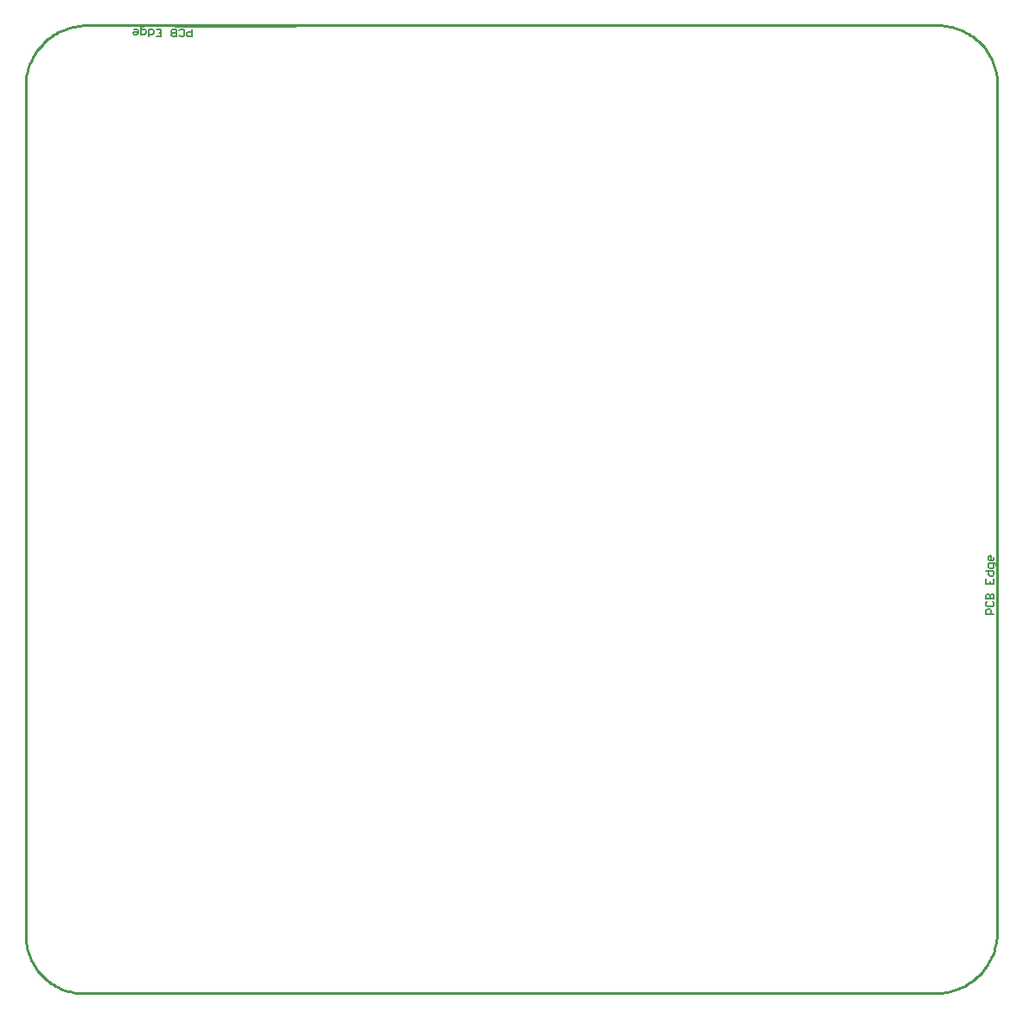
<source format=gm1>
G04*
G04 #@! TF.GenerationSoftware,Altium Limited,Altium Designer,20.0.11 (256)*
G04*
G04 Layer_Color=16711935*
%FSLAX25Y25*%
%MOIN*%
G70*
G01*
G75*
%ADD11C,0.00591*%
%ADD15C,0.00394*%
%ADD16C,0.01000*%
D11*
X64079Y371642D02*
Y368690D01*
X62603D01*
X62111Y369182D01*
Y370166D01*
X62603Y370658D01*
X64079D01*
X59159Y369182D02*
X59651Y368690D01*
X60635D01*
X61127Y369182D01*
Y371150D01*
X60635Y371642D01*
X59651D01*
X59159Y371150D01*
X58175Y368690D02*
Y371642D01*
X56699D01*
X56207Y371150D01*
Y370658D01*
X56699Y370166D01*
X58175D01*
X56699D01*
X56207Y369674D01*
Y369182D01*
X56699Y368690D01*
X58175D01*
X50304D02*
X52271D01*
Y371642D01*
X50304D01*
X52271Y370166D02*
X51288D01*
X47352Y368690D02*
Y371642D01*
X48828D01*
X49320Y371150D01*
Y370166D01*
X48828Y369674D01*
X47352D01*
X45384Y372626D02*
X44892D01*
X44400Y372134D01*
Y369674D01*
X45876D01*
X46368Y370166D01*
Y371150D01*
X45876Y371642D01*
X44400D01*
X41940D02*
X42924D01*
X43416Y371150D01*
Y370166D01*
X42924Y369674D01*
X41940D01*
X41448Y370166D01*
Y370658D01*
X43416D01*
X373185Y146132D02*
X370233D01*
Y147608D01*
X370725Y148100D01*
X371709D01*
X372201Y147608D01*
Y146132D01*
X370725Y151052D02*
X370233Y150560D01*
Y149576D01*
X370725Y149084D01*
X372693D01*
X373185Y149576D01*
Y150560D01*
X372693Y151052D01*
X370233Y152035D02*
X373185D01*
Y153511D01*
X372693Y154003D01*
X372201D01*
X371709Y153511D01*
Y152035D01*
Y153511D01*
X371217Y154003D01*
X370725D01*
X370233Y153511D01*
Y152035D01*
Y159907D02*
Y157939D01*
X373185D01*
Y159907D01*
X371709Y157939D02*
Y158923D01*
X370233Y162859D02*
X373185D01*
Y161383D01*
X372693Y160891D01*
X371709D01*
X371217Y161383D01*
Y162859D01*
X374169Y164827D02*
Y165319D01*
X373677Y165811D01*
X371217D01*
Y164335D01*
X371709Y163843D01*
X372693D01*
X373185Y164335D01*
Y165811D01*
Y168271D02*
Y167287D01*
X372693Y166795D01*
X371709D01*
X371217Y167287D01*
Y168271D01*
X371709Y168762D01*
X372201D01*
Y166795D01*
X64079Y371642D02*
Y368690D01*
X62603D01*
X62111Y369182D01*
Y370166D01*
X62603Y370658D01*
X64079D01*
X59159Y369182D02*
X59651Y368690D01*
X60635D01*
X61127Y369182D01*
Y371150D01*
X60635Y371642D01*
X59651D01*
X59159Y371150D01*
X58175Y368690D02*
Y371642D01*
X56699D01*
X56207Y371150D01*
Y370658D01*
X56699Y370166D01*
X58175D01*
X56699D01*
X56207Y369674D01*
Y369182D01*
X56699Y368690D01*
X58175D01*
X50304D02*
X52271D01*
Y371642D01*
X50304D01*
X52271Y370166D02*
X51288D01*
X47352Y368690D02*
Y371642D01*
X48828D01*
X49320Y371150D01*
Y370166D01*
X48828Y369674D01*
X47352D01*
X45384Y372626D02*
X44892D01*
X44400Y372134D01*
Y369674D01*
X45876D01*
X46368Y370166D01*
Y371150D01*
X45876Y371642D01*
X44400D01*
X41940D02*
X42924D01*
X43416Y371150D01*
Y370166D01*
X42924Y369674D01*
X41940D01*
X41448Y370166D01*
Y370658D01*
X43416D01*
X373185Y146132D02*
X370233D01*
Y147608D01*
X370725Y148100D01*
X371709D01*
X372201Y147608D01*
Y146132D01*
X370725Y151052D02*
X370233Y150560D01*
Y149576D01*
X370725Y149084D01*
X372693D01*
X373185Y149576D01*
Y150560D01*
X372693Y151052D01*
X370233Y152035D02*
X373185D01*
Y153511D01*
X372693Y154003D01*
X372201D01*
X371709Y153511D01*
Y152035D01*
Y153511D01*
X371217Y154003D01*
X370725D01*
X370233Y153511D01*
Y152035D01*
Y159907D02*
Y157939D01*
X373185D01*
Y159907D01*
X371709Y157939D02*
Y158923D01*
X370233Y162859D02*
X373185D01*
Y161383D01*
X372693Y160891D01*
X371709D01*
X371217Y161383D01*
Y162859D01*
X374169Y164827D02*
Y165319D01*
X373677Y165811D01*
X371217D01*
Y164335D01*
X371709Y163843D01*
X372693D01*
X373185Y164335D01*
Y165811D01*
Y168271D02*
Y167287D01*
X372693Y166795D01*
X371709D01*
X371217Y167287D01*
Y168271D01*
X371709Y168762D01*
X372201D01*
Y166795D01*
D15*
X57386Y372665D02*
X104236D01*
X374209Y105974D02*
Y152825D01*
X57386Y372665D02*
X104236D01*
X374209Y105974D02*
Y152825D01*
D16*
X0Y22500D02*
X22Y21504D01*
X88Y20511D01*
X198Y19521D01*
X352Y18537D01*
X550Y17561D01*
X790Y16594D01*
X1073Y15639D01*
X1398Y14698D01*
X1764Y13772D01*
X2171Y12863D01*
X2618Y11973D01*
X3104Y11104D01*
X3628Y10257D01*
X4189Y9434D01*
X4786Y8636D01*
X5417Y7866D01*
X6083Y7125D01*
X6780Y6414D01*
X7508Y5735D01*
X8265Y5088D01*
X9051Y4476D01*
X9862Y3899D01*
X10699Y3358D01*
X11559Y2855D01*
X12440Y2391D01*
X13340Y1966D01*
X14259Y1582D01*
X15194Y1238D01*
X16143Y937D01*
X17105Y678D01*
X18077Y461D01*
X19058Y288D01*
X20045Y159D01*
X21037Y73D01*
X22032Y31D01*
X374587Y350080D02*
X374566Y351071D01*
X374502Y352060D01*
X374395Y353045D01*
X374247Y354025D01*
X374056Y354997D01*
X373823Y355960D01*
X373549Y356913D01*
X373234Y357852D01*
X372879Y358778D01*
X372485Y359687D01*
X372052Y360578D01*
X371581Y361450D01*
X371072Y362300D01*
X370528Y363128D01*
X369948Y363932D01*
X369335Y364710D01*
X368688Y365461D01*
X368010Y366183D01*
X367301Y366876D01*
X366563Y367537D01*
X365797Y368166D01*
X365005Y368761D01*
X364188Y369321D01*
X363347Y369846D01*
X362485Y370335D01*
X361602Y370785D01*
X360701Y371197D01*
X359783Y371570D01*
X358850Y371903D01*
X357903Y372196D01*
X356944Y372447D01*
X355976Y372657D01*
X354999Y372825D01*
X354016Y372951D01*
X353029Y373034D01*
X352039Y373075D01*
X350500Y31D02*
X351505Y52D01*
X352508Y116D01*
X353507Y221D01*
X354501Y368D01*
X355488Y556D01*
X356467Y786D01*
X357435Y1056D01*
X358390Y1367D01*
X359332Y1718D01*
X360259Y2107D01*
X361168Y2536D01*
X362058Y3002D01*
X362928Y3505D01*
X363777Y4044D01*
X364602Y4617D01*
X365402Y5226D01*
X366176Y5867D01*
X366922Y6539D01*
X367640Y7243D01*
X368327Y7976D01*
X368983Y8738D01*
X369607Y9526D01*
X370197Y10339D01*
X370752Y11177D01*
X371272Y12037D01*
X371756Y12918D01*
X372201Y13818D01*
X372609Y14737D01*
X372978Y15672D01*
X373308Y16621D01*
X373597Y17583D01*
X373846Y18557D01*
X374054Y19541D01*
X374220Y20532D01*
X374345Y21529D01*
X374428Y22530D01*
X374469Y23535D01*
X24002Y373080D02*
X23014Y373080D01*
X22028Y373039D01*
X21044Y372957D01*
X20064Y372833D01*
X19091Y372669D01*
X18125Y372464D01*
X17168Y372219D01*
X16223Y371934D01*
X15291Y371610D01*
X14372Y371247D01*
X13470Y370846D01*
X12586Y370408D01*
X11720Y369932D01*
X10875Y369422D01*
X10052Y368876D01*
X9253Y368296D01*
X8479Y367683D01*
X7731Y367038D01*
X7011Y366363D01*
X6320Y365658D01*
X5658Y364925D01*
X5029Y364165D01*
X4431Y363379D01*
X3867Y362569D01*
X3337Y361735D01*
X2843Y360881D01*
X2384Y360006D01*
X1963Y359113D01*
X1580Y358204D01*
X1235Y357278D01*
X929Y356340D01*
X662Y355389D01*
X436Y354428D01*
X250Y353458D01*
X104Y352482D01*
X0Y351500D01*
X24002Y373080D02*
X352039D01*
X374565Y23867D02*
Y33358D01*
X22032Y31D02*
X350500D01*
X374555Y33557D02*
X374555Y350138D01*
X0Y22500D02*
Y351500D01*
Y22500D02*
X22Y21504D01*
X88Y20511D01*
X198Y19521D01*
X352Y18537D01*
X550Y17561D01*
X790Y16594D01*
X1073Y15639D01*
X1398Y14698D01*
X1764Y13772D01*
X2171Y12863D01*
X2618Y11973D01*
X3104Y11104D01*
X3628Y10257D01*
X4189Y9434D01*
X4786Y8636D01*
X5417Y7866D01*
X6083Y7125D01*
X6780Y6414D01*
X7508Y5735D01*
X8265Y5088D01*
X9051Y4476D01*
X9862Y3899D01*
X10699Y3358D01*
X11559Y2855D01*
X12440Y2391D01*
X13340Y1966D01*
X14259Y1582D01*
X15194Y1238D01*
X16143Y937D01*
X17105Y678D01*
X18077Y461D01*
X19058Y288D01*
X20045Y159D01*
X21037Y73D01*
X22032Y31D01*
X374587Y350080D02*
X374566Y351071D01*
X374502Y352060D01*
X374395Y353045D01*
X374247Y354025D01*
X374056Y354997D01*
X373823Y355960D01*
X373549Y356913D01*
X373234Y357852D01*
X372879Y358778D01*
X372485Y359687D01*
X372052Y360578D01*
X371581Y361450D01*
X371072Y362300D01*
X370528Y363128D01*
X369948Y363932D01*
X369335Y364710D01*
X368688Y365461D01*
X368010Y366183D01*
X367301Y366876D01*
X366563Y367537D01*
X365797Y368166D01*
X365005Y368761D01*
X364188Y369321D01*
X363347Y369846D01*
X362485Y370335D01*
X361602Y370785D01*
X360701Y371197D01*
X359783Y371570D01*
X358850Y371903D01*
X357903Y372196D01*
X356944Y372447D01*
X355976Y372657D01*
X354999Y372825D01*
X354016Y372951D01*
X353029Y373034D01*
X352039Y373075D01*
X350500Y31D02*
X351505Y52D01*
X352508Y116D01*
X353507Y221D01*
X354501Y368D01*
X355488Y556D01*
X356467Y786D01*
X357435Y1056D01*
X358390Y1367D01*
X359332Y1718D01*
X360259Y2107D01*
X361168Y2536D01*
X362058Y3002D01*
X362928Y3505D01*
X363777Y4044D01*
X364602Y4617D01*
X365402Y5226D01*
X366176Y5867D01*
X366922Y6539D01*
X367640Y7243D01*
X368327Y7976D01*
X368983Y8738D01*
X369607Y9526D01*
X370197Y10339D01*
X370752Y11177D01*
X371272Y12037D01*
X371756Y12918D01*
X372201Y13818D01*
X372609Y14737D01*
X372978Y15672D01*
X373308Y16621D01*
X373597Y17583D01*
X373846Y18557D01*
X374054Y19541D01*
X374220Y20532D01*
X374345Y21529D01*
X374428Y22530D01*
X374469Y23535D01*
X24002Y373080D02*
X23014Y373080D01*
X22028Y373039D01*
X21044Y372957D01*
X20064Y372833D01*
X19091Y372669D01*
X18125Y372464D01*
X17168Y372219D01*
X16223Y371934D01*
X15291Y371610D01*
X14372Y371247D01*
X13470Y370846D01*
X12586Y370408D01*
X11720Y369932D01*
X10875Y369422D01*
X10052Y368876D01*
X9253Y368296D01*
X8479Y367683D01*
X7731Y367038D01*
X7011Y366363D01*
X6320Y365658D01*
X5658Y364925D01*
X5029Y364165D01*
X4431Y363379D01*
X3867Y362569D01*
X3337Y361735D01*
X2843Y360881D01*
X2384Y360006D01*
X1963Y359113D01*
X1580Y358204D01*
X1235Y357278D01*
X929Y356340D01*
X662Y355389D01*
X436Y354428D01*
X250Y353458D01*
X104Y352482D01*
X0Y351500D01*
X24002Y373080D02*
X352039D01*
X374565Y23867D02*
Y33358D01*
X22032Y31D02*
X350500D01*
X374555Y33557D02*
X374555Y350138D01*
X0Y22500D02*
Y351500D01*
M02*

</source>
